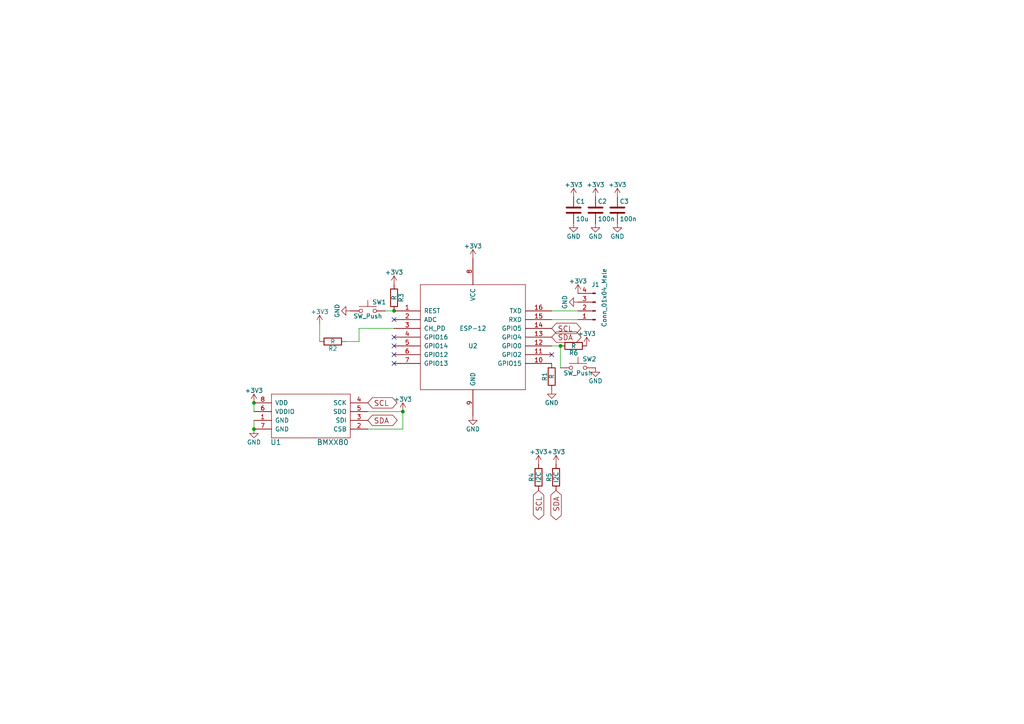
<source format=kicad_sch>
(kicad_sch (version 20230121) (generator eeschema)
  (paper "A4")
  (lib_symbols
    (symbol "uart-rescue:+3.3V" (power) (pin_names (offset 0))
      (property "Value" "+3.3V" (at 0 3.556 0))
      (symbol "+3.3V_0_1"
        (polyline (pts (xy -0.762 1.27) (xy 0 2.54)))
        (polyline (pts (xy 0 0) (xy 0 2.54)))
        (polyline (pts (xy 0 2.54) (xy 0.762 1.27)))
      )
      (symbol "+3.3V_1_1"
        (pin power_in line (at 0 0 90) (length 0) hide (name "+3V3") (number "1"))
      )
    )
    (symbol "uart-rescue:BMXX80" (pin_names (offset 1.016))
      (property "Reference" "U" (at -10.16 -7.62 0))
      (property "Value" "BMXX80" (at 6.35 -7.62 0))
      (symbol "BMXX80_0_1"
        (rectangle (start -11.43 6.35) (end 11.43 -6.35))
      )
      (symbol "BMXX80_1_1"
        (pin power_in line (at -16.51 -1.27 0) (length 5.08) (name "GND") (number "1"))
        (pin input line (at 16.51 -3.81 180) (length 5.08) (name "CSB") (number "2"))
        (pin bidirectional line (at 16.51 -1.27 180) (length 5.08) (name "SDI") (number "3"))
        (pin input line (at 16.51 3.81 180) (length 5.08) (name "SCK") (number "4"))
        (pin bidirectional line (at 16.51 1.27 180) (length 5.08) (name "SDO") (number "5"))
        (pin power_in line (at -16.51 1.27 0) (length 5.08) (name "VDDIO") (number "6"))
        (pin power_in line (at -16.51 -3.81 0) (length 5.08) (name "GND") (number "7"))
        (pin power_in line (at -16.51 3.81 0) (length 5.08) (name "VDD") (number "8"))
      )
    )
    (symbol "uart-rescue:C" (pin_numbers hide) (pin_names (offset 0.254))
      (property "Reference" "C" (at 0.635 2.54 0))
      (property "Value" "C" (at 0.635 -2.54 0))
      (symbol "C_0_1"
        (polyline (pts (xy -2.032 -0.762) (xy 2.032 -0.762)) (stroke (width 0.508)))
        (polyline (pts (xy -2.032 0.762) (xy 2.032 0.762)) (stroke (width 0.508)))
      )
      (symbol "C_1_1"
        (pin passive line (at 0 3.81 270) (length 2.794) (name "~") (number "1"))
        (pin passive line (at 0 -3.81 90) (length 2.794) (name "~") (number "2"))
      )
    )
    (symbol "uart-rescue:Conn_01x04_Male" (pin_names (offset 1.016) hide)
      (property "Reference" "J" (at 0 5.08 0))
      (property "Value" "Conn_01x04_Male" (at 0 -7.62 0))
      (symbol "Conn_01x04_Male_1_1"
        (polyline (pts (xy 1.27 -5.08) (xy 0.8636 -5.08)) (stroke (width 0.1524)))
        (polyline (pts (xy 1.27 -2.54) (xy 0.8636 -2.54)) (stroke (width 0.1524)))
        (polyline (pts (xy 1.27 0) (xy 0.8636 0)) (stroke (width 0.1524)))
        (polyline (pts (xy 1.27 2.54) (xy 0.8636 2.54)) (stroke (width 0.1524)))
        (rectangle (start 0.8636 -4.953) (end 0 -5.207) (stroke (width 0.1524)) (fill (type outline)))
        (rectangle (start 0.8636 -2.413) (end 0 -2.667) (stroke (width 0.1524)) (fill (type outline)))
        (rectangle (start 0.8636 0.127) (end 0 -0.127) (stroke (width 0.1524)) (fill (type outline)))
        (rectangle (start 0.8636 2.667) (end 0 2.413) (stroke (width 0.1524)) (fill (type outline)))
        (pin passive line (at 5.08 2.54 180) (length 3.81) (name "Pin_1") (number "1"))
        (pin passive line (at 5.08 0 180) (length 3.81) (name "Pin_2") (number "2"))
        (pin passive line (at 5.08 -2.54 180) (length 3.81) (name "Pin_3") (number "3"))
        (pin passive line (at 5.08 -5.08 180) (length 3.81) (name "Pin_4") (number "4"))
      )
    )
    (symbol "uart-rescue:ESP-12" (pin_names (offset 1.016))
      (property "Reference" "U" (at 0 -2.54 0))
      (property "Value" "ESP-12" (at 0 2.54 0))
      (symbol "ESP-12_1_0"
        (rectangle (start -15.24 -15.24) (end 15.24 15.24))
      )
      (symbol "ESP-12_1_1"
        (pin input line (at -22.86 7.62 0) (length 7.62) (name "REST") (number "1"))
        (pin bidirectional line (at 22.86 -7.62 180) (length 7.62) (name "GPIO15") (number "10"))
        (pin bidirectional line (at 22.86 -5.08 180) (length 7.62) (name "GPIO2") (number "11"))
        (pin bidirectional line (at 22.86 -2.54 180) (length 7.62) (name "GPIO0") (number "12"))
        (pin bidirectional line (at 22.86 0 180) (length 7.62) (name "GPIO4") (number "13"))
        (pin bidirectional line (at 22.86 2.54 180) (length 7.62) (name "GPIO5") (number "14"))
        (pin input line (at 22.86 5.08 180) (length 7.62) (name "RXD") (number "15"))
        (pin output line (at 22.86 7.62 180) (length 7.62) (name "TXD") (number "16"))
        (pin passive line (at -22.86 5.08 0) (length 7.62) (name "ADC") (number "2"))
        (pin input line (at -22.86 2.54 0) (length 7.62) (name "CH_PD") (number "3"))
        (pin bidirectional line (at -22.86 0 0) (length 7.62) (name "GPIO16") (number "4"))
        (pin bidirectional line (at -22.86 -2.54 0) (length 7.62) (name "GPIO14") (number "5"))
        (pin bidirectional line (at -22.86 -5.08 0) (length 7.62) (name "GPIO12") (number "6"))
        (pin bidirectional line (at -22.86 -7.62 0) (length 7.62) (name "GPIO13") (number "7"))
        (pin power_in line (at 0 22.86 270) (length 7.62) (name "VCC") (number "8"))
        (pin power_in line (at 0 -22.86 90) (length 7.62) (name "GND") (number "9"))
      )
    )
    (symbol "uart-rescue:GND" (power) (pin_names (offset 0))
      (property "Value" "GND" (at 0 -3.81 0))
      (symbol "GND_0_1"
        (polyline (pts (xy 0 0) (xy 0 -1.27) (xy 1.27 -1.27) (xy 0 -2.54) (xy -1.27 -1.27) (xy 0 -1.27)))
      )
      (symbol "GND_1_1"
        (pin power_in line (at 0 0 270) (length 0) hide (name "GND") (number "1"))
      )
    )
    (symbol "uart-rescue:R" (pin_numbers hide) (pin_names (offset 0))
      (property "Reference" "R" (at 2.032 0 90))
      (property "Value" "R" (at 0 0 90))
      (symbol "R_0_1"
        (rectangle (start -1.016 -2.54) (end 1.016 2.54) (stroke (width 0.254)))
      )
      (symbol "R_1_1"
        (pin passive line (at 0 3.81 270) (length 1.27) (name "~") (number "1"))
        (pin passive line (at 0 -3.81 90) (length 1.27) (name "~") (number "2"))
      )
    )
    (symbol "uart-rescue:SW_Push" (pin_numbers hide) (pin_names (offset 1.016) hide)
      (property "Reference" "SW" (at 1.27 2.54 0))
      (property "Value" "SW_Push" (at 0 -1.524 0))
      (symbol "SW_Push_0_1"
        (circle (center -2.032 0) (radius 0.508))
        (polyline (pts (xy 0 1.27) (xy 0 3.048)))
        (polyline (pts (xy 2.54 1.27) (xy -2.54 1.27)))
        (circle (center 2.032 0) (radius 0.508))
        (pin passive line (at -5.08 0 0) (length 2.54) (name "1") (number "1"))
        (pin passive line (at 5.08 0 180) (length 2.54) (name "2") (number "2"))
      )
    )
  )
  (junction (at 162.56 100.33))
  (junction (at 73.66 124.46))
  (junction (at 114.3 90.17))
  (junction (at 116.84 119.38))
  (junction (at 73.66 116.84))
  (no_connect (at 114.3 100.33))
  (no_connect (at 160.02 102.87))
  (no_connect (at 114.3 102.87))
  (no_connect (at 114.3 105.41))
  (no_connect (at 114.3 97.79))
  (no_connect (at 114.3 92.71))
  (wire (pts (xy 114.3 90.17) (xy 111.76 90.17)))
  (wire (pts (xy 160.02 90.17) (xy 167.64 90.17)))
  (wire (pts (xy 106.68 124.46) (xy 116.84 124.46)))
  (wire (pts (xy 73.66 119.38) (xy 73.66 116.84)))
  (wire (pts (xy 100.33 99.06) (xy 104.14 99.06)))
  (wire (pts (xy 104.14 95.25) (xy 114.3 95.25)))
  (wire (pts (xy 162.56 106.68) (xy 162.56 100.33)))
  (wire (pts (xy 104.14 99.06) (xy 104.14 95.25)))
  (wire (pts (xy 116.84 124.46) (xy 116.84 119.38)))
  (wire (pts (xy 162.56 100.33) (xy 160.02 100.33)))
  (wire (pts (xy 106.68 119.38) (xy 116.84 119.38)))
  (wire (pts (xy 92.71 99.06) (xy 92.71 93.98)))
  (wire (pts (xy 167.64 92.71) (xy 160.02 92.71)))
  (wire (pts (xy 73.66 124.46) (xy 73.66 121.92)))
  (global_label "SDA" (shape bidirectional) (at 161.29 142.24 270) (effects (font (size 1.524 1.524))) (property "Intersheetrefs" "${INTERSHEET_REFS}" (effects hide)))
  (global_label "SCL" (shape bidirectional) (at 160.02 95.25 0) (effects (font (size 1.524 1.524))) (property "Intersheetrefs" "${INTERSHEET_REFS}" (effects hide)))
  (global_label "SDA" (shape bidirectional) (at 106.68 121.92 0) (effects (font (size 1.524 1.524))) (property "Intersheetrefs" "${INTERSHEET_REFS}" (effects hide)))
  (global_label "SDA" (shape bidirectional) (at 160.02 97.79 0) (effects (font (size 1.524 1.524))) (property "Intersheetrefs" "${INTERSHEET_REFS}" (effects hide)))
  (global_label "SCL" (shape bidirectional) (at 156.21 142.24 270) (effects (font (size 1.524 1.524))) (property "Intersheetrefs" "${INTERSHEET_REFS}" (effects hide)))
  (global_label "SCL" (shape bidirectional) (at 106.68 116.84 0) (effects (font (size 1.524 1.524))) (property "Intersheetrefs" "${INTERSHEET_REFS}" (effects hide)))
  (symbol (lib_id "uart-rescue:ESP-12") (at 137.16 97.79 0) (unit 1)
    (property "Reference" "U2" (at 137.16 100.33 0))
    (property "Value" "ESP-12" (at 137.16 95.25 0))
    (property "Footprint" "esp8266:ESP-12" (effects hide))
  )
  (symbol (lib_id "uart-rescue:Conn_01x04_Male") (at 172.72 90.17 180) (unit 1)
    (property "Reference" "J1" (at 172.72 82.55 0))
    (property "Value" "Conn_01x04_Male" (at 175.26 86.36 90))
    (property "Footprint" "Pin_Headers:Pin_Header_Angled_1x04_Pitch2.54mm" (effects hide))
  )
  (symbol (lib_id "uart-rescue:+3.3V") (at 167.64 85.09 0) (unit 1)
    (property "Reference" "#PWR01" (effects hide))
    (property "Value" "+3.3V" (at 167.64 81.534 0))
  )
  (symbol (lib_id "uart-rescue:GND") (at 167.64 87.63 270) (unit 1)
    (property "Reference" "#PWR02" (effects hide))
    (property "Value" "GND" (at 163.83 87.63 0))
  )
  (symbol (lib_id "uart-rescue:SW_Push") (at 106.68 90.17 0) (unit 1)
    (property "Reference" "SW1" (at 107.95 87.63 0) (effects (justify left)))
    (property "Value" "SW_Push" (at 106.68 91.694 0))
    (property "Footprint" "smd_button:smd_button" (effects hide))
  )
  (symbol (lib_id "uart-rescue:SW_Push") (at 167.64 106.68 0) (unit 1)
    (property "Reference" "SW2" (at 168.91 104.14 0) (effects (justify left)))
    (property "Value" "SW_Push" (at 167.64 108.204 0))
    (property "Footprint" "smd_button:smd_button" (effects hide))
  )
  (symbol (lib_id "uart-rescue:R") (at 114.3 86.36 0) (unit 1)
    (property "Reference" "R3" (at 116.332 86.36 90))
    (property "Value" "R" (at 114.3 86.36 90))
    (property "Footprint" "Resistors_SMD:R_0805_HandSoldering" (effects hide))
  )
  (symbol (lib_id "uart-rescue:R") (at 160.02 109.22 180) (unit 1)
    (property "Reference" "R1" (at 157.988 109.22 90))
    (property "Value" "R" (at 160.02 109.22 90))
    (property "Footprint" "Resistors_SMD:R_0805_HandSoldering" (effects hide))
  )
  (symbol (lib_id "uart-rescue:+3.3V") (at 114.3 82.55 0) (unit 1)
    (property "Reference" "#PWR03" (effects hide))
    (property "Value" "+3.3V" (at 114.3 78.994 0))
  )
  (symbol (lib_id "uart-rescue:+3.3V") (at 92.71 93.98 0) (unit 1)
    (property "Reference" "#PWR04" (effects hide))
    (property "Value" "+3.3V" (at 92.71 90.424 0))
  )
  (symbol (lib_id "uart-rescue:GND") (at 101.6 90.17 270) (unit 1)
    (property "Reference" "#PWR05" (effects hide))
    (property "Value" "GND" (at 97.79 90.17 0))
  )
  (symbol (lib_id "uart-rescue:R") (at 96.52 99.06 270) (unit 1)
    (property "Reference" "R2" (at 96.52 101.092 90))
    (property "Value" "R" (at 96.52 99.06 90))
    (property "Footprint" "Resistors_SMD:R_0805_HandSoldering" (effects hide))
  )
  (symbol (lib_id "uart-rescue:R") (at 166.37 100.33 270) (unit 1)
    (property "Reference" "R6" (at 166.37 102.362 90))
    (property "Value" "R" (at 166.37 100.33 90))
    (property "Footprint" "Resistors_SMD:R_0805_HandSoldering" (effects hide))
  )
  (symbol (lib_id "uart-rescue:BMXX80") (at 90.17 120.65 0) (unit 1)
    (property "Reference" "U1" (at 80.01 128.27 0) (effects (font (size 1.524 1.524))))
    (property "Value" "BMXX80" (at 96.52 128.27 0) (effects (font (size 1.524 1.524))))
    (property "Footprint" "bosch:BME280" (effects hide))
  )
  (symbol (lib_id "uart-rescue:+3.3V") (at 73.66 116.84 0) (unit 1)
    (property "Reference" "#PWR010" (effects hide))
    (property "Value" "+3.3V" (at 73.66 113.284 0))
  )
  (symbol (lib_id "uart-rescue:+3.3V") (at 170.18 100.33 0) (unit 1)
    (property "Reference" "#PWR06" (effects hide))
    (property "Value" "+3.3V" (at 170.18 96.774 0))
  )
  (symbol (lib_id "uart-rescue:GND") (at 73.66 124.46 0) (unit 1)
    (property "Reference" "#PWR011" (effects hide))
    (property "Value" "GND" (at 73.66 128.27 0))
  )
  (symbol (lib_id "uart-rescue:GND") (at 172.72 106.68 0) (unit 1)
    (property "Reference" "#PWR07" (effects hide))
    (property "Value" "GND" (at 172.72 110.49 0))
  )
  (symbol (lib_id "uart-rescue:+3.3V") (at 137.16 74.93 0) (unit 1)
    (property "Reference" "#PWR08" (effects hide))
    (property "Value" "+3.3V" (at 137.16 71.374 0))
  )
  (symbol (lib_id "uart-rescue:GND") (at 137.16 120.65 0) (unit 1)
    (property "Reference" "#PWR09" (effects hide))
    (property "Value" "GND" (at 137.16 124.46 0))
  )
  (symbol (lib_id "uart-rescue:+3.3V") (at 116.84 119.38 0) (unit 1)
    (property "Reference" "#PWR012" (effects hide))
    (property "Value" "+3.3V" (at 116.84 115.824 0))
  )
  (symbol (lib_id "uart-rescue:R") (at 156.21 138.43 180) (unit 1)
    (property "Reference" "R4" (at 154.178 138.43 90))
    (property "Value" "I2C" (at 156.21 138.43 90))
    (property "Footprint" "Resistors_SMD:R_0805_HandSoldering" (effects hide))
  )
  (symbol (lib_id "uart-rescue:R") (at 161.29 138.43 180) (unit 1)
    (property "Reference" "R5" (at 159.258 138.43 90))
    (property "Value" "I2C" (at 161.29 138.43 90))
    (property "Footprint" "Resistors_SMD:R_0805_HandSoldering" (effects hide))
  )
  (symbol (lib_id "uart-rescue:+3.3V") (at 161.29 134.62 0) (unit 1)
    (property "Reference" "#PWR013" (effects hide))
    (property "Value" "+3.3V" (at 161.29 131.064 0))
  )
  (symbol (lib_id "uart-rescue:+3.3V") (at 156.21 134.62 0) (unit 1)
    (property "Reference" "#PWR014" (effects hide))
    (property "Value" "+3.3V" (at 156.21 131.064 0))
  )
  (symbol (lib_id "uart-rescue:C") (at 166.37 60.96 0) (unit 1)
    (property "Reference" "C1" (at 167.005 58.42 0) (effects (justify left)))
    (property "Value" "10u" (at 167.005 63.5 0) (effects (justify left)))
    (property "Footprint" "Capacitors_SMD:C_1206_HandSoldering" (effects hide))
  )
  (symbol (lib_id "uart-rescue:C") (at 172.72 60.96 0) (unit 1)
    (property "Reference" "C2" (at 173.355 58.42 0) (effects (justify left)))
    (property "Value" "100n" (at 173.355 63.5 0) (effects (justify left)))
    (property "Footprint" "Capacitors_SMD:C_0805_HandSoldering" (effects hide))
  )
  (symbol (lib_id "uart-rescue:C") (at 179.07 60.96 0) (unit 1)
    (property "Reference" "C3" (at 179.705 58.42 0) (effects (justify left)))
    (property "Value" "100n" (at 179.705 63.5 0) (effects (justify left)))
    (property "Footprint" "Capacitors_SMD:C_0805_HandSoldering" (effects hide))
  )
  (symbol (lib_id "uart-rescue:+3.3V") (at 166.37 57.15 0) (unit 1)
    (property "Reference" "#PWR015" (effects hide))
    (property "Value" "+3.3V" (at 166.37 53.594 0))
  )
  (symbol (lib_id "uart-rescue:+3.3V") (at 172.72 57.15 0) (unit 1)
    (property "Reference" "#PWR016" (effects hide))
    (property "Value" "+3.3V" (at 172.72 53.594 0))
  )
  (symbol (lib_id "uart-rescue:+3.3V") (at 179.07 57.15 0) (unit 1)
    (property "Reference" "#PWR017" (effects hide))
    (property "Value" "+3.3V" (at 179.07 53.594 0))
  )
  (symbol (lib_id "uart-rescue:GND") (at 166.37 64.77 0) (unit 1)
    (property "Reference" "#PWR018" (effects hide))
    (property "Value" "GND" (at 166.37 68.58 0))
  )
  (symbol (lib_id "uart-rescue:GND") (at 172.72 64.77 0) (unit 1)
    (property "Reference" "#PWR019" (effects hide))
    (property "Value" "GND" (at 172.72 68.58 0))
  )
  (symbol (lib_id "uart-rescue:GND") (at 179.07 64.77 0) (unit 1)
    (property "Reference" "#PWR020" (effects hide))
    (property "Value" "GND" (at 179.07 68.58 0))
  )
  (symbol (lib_id "uart-rescue:GND") (at 160.02 113.03 0) (unit 1)
    (property "Reference" "#PWR?" (effects hide))
    (property "Value" "GND" (at 160.02 116.84 0))
  )
)
</source>
